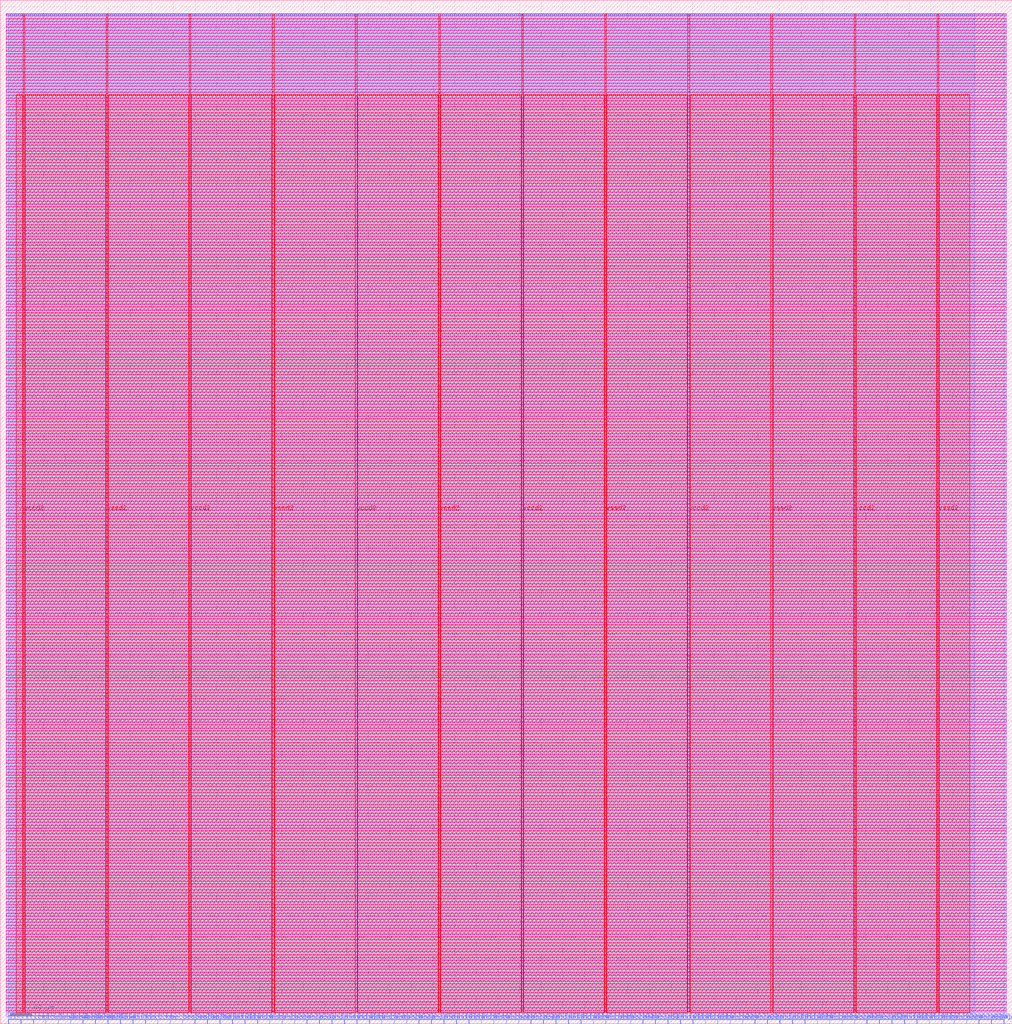
<source format=lef>
VERSION 5.7 ;
  NOWIREEXTENSIONATPIN ON ;
  DIVIDERCHAR "/" ;
  BUSBITCHARS "[]" ;
MACRO bec
  CLASS BLOCK ;
  FOREIGN bec ;
  ORIGIN 0.000 0.000 ;
  SIZE 935.205 BY 945.925 ;
  PIN becStatus[0]
    DIRECTION OUTPUT TRISTATE ;
    USE SIGNAL ;
    ANTENNADIFFAREA 2.673000 ;
    PORT
      LAYER met2 ;
        RECT 156.950 0.000 157.230 4.000 ;
    END
  END becStatus[0]
  PIN becStatus[1]
    DIRECTION OUTPUT TRISTATE ;
    USE SIGNAL ;
    ANTENNADIFFAREA 2.673000 ;
    PORT
      LAYER met2 ;
        RECT 168.450 0.000 168.730 4.000 ;
    END
  END becStatus[1]
  PIN becStatus[2]
    DIRECTION OUTPUT TRISTATE ;
    USE SIGNAL ;
    ANTENNADIFFAREA 2.673000 ;
    PORT
      LAYER met2 ;
        RECT 179.950 0.000 180.230 4.000 ;
    END
  END becStatus[2]
  PIN becStatus[3]
    DIRECTION OUTPUT TRISTATE ;
    USE SIGNAL ;
    ANTENNADIFFAREA 2.673000 ;
    PORT
      LAYER met2 ;
        RECT 191.450 0.000 191.730 4.000 ;
    END
  END becStatus[3]
  PIN clk
    DIRECTION INPUT ;
    USE SIGNAL ;
    ANTENNAGATEAREA 0.852000 ;
    ANTENNADIFFAREA 0.434700 ;
    PORT
      LAYER met2 ;
        RECT 7.450 0.000 7.730 4.000 ;
    END
  END clk
  PIN data_in[0]
    DIRECTION INPUT ;
    USE SIGNAL ;
    ANTENNAGATEAREA 0.126000 ;
    PORT
      LAYER met2 ;
        RECT 202.950 0.000 203.230 4.000 ;
    END
  END data_in[0]
  PIN data_in[10]
    DIRECTION INPUT ;
    USE SIGNAL ;
    ANTENNAGATEAREA 0.126000 ;
    PORT
      LAYER met2 ;
        RECT 432.950 0.000 433.230 4.000 ;
    END
  END data_in[10]
  PIN data_in[11]
    DIRECTION INPUT ;
    USE SIGNAL ;
    ANTENNAGATEAREA 0.126000 ;
    PORT
      LAYER met2 ;
        RECT 455.950 0.000 456.230 4.000 ;
    END
  END data_in[11]
  PIN data_in[12]
    DIRECTION INPUT ;
    USE SIGNAL ;
    ANTENNAGATEAREA 0.126000 ;
    PORT
      LAYER met2 ;
        RECT 478.950 0.000 479.230 4.000 ;
    END
  END data_in[12]
  PIN data_in[13]
    DIRECTION INPUT ;
    USE SIGNAL ;
    ANTENNAGATEAREA 0.126000 ;
    PORT
      LAYER met2 ;
        RECT 501.950 0.000 502.230 4.000 ;
    END
  END data_in[13]
  PIN data_in[14]
    DIRECTION INPUT ;
    USE SIGNAL ;
    ANTENNAGATEAREA 0.126000 ;
    PORT
      LAYER met2 ;
        RECT 524.950 0.000 525.230 4.000 ;
    END
  END data_in[14]
  PIN data_in[15]
    DIRECTION INPUT ;
    USE SIGNAL ;
    ANTENNAGATEAREA 0.126000 ;
    PORT
      LAYER met2 ;
        RECT 547.950 0.000 548.230 4.000 ;
    END
  END data_in[15]
  PIN data_in[16]
    DIRECTION INPUT ;
    USE SIGNAL ;
    ANTENNAGATEAREA 0.126000 ;
    PORT
      LAYER met2 ;
        RECT 570.950 0.000 571.230 4.000 ;
    END
  END data_in[16]
  PIN data_in[17]
    DIRECTION INPUT ;
    USE SIGNAL ;
    ANTENNAGATEAREA 0.126000 ;
    PORT
      LAYER met2 ;
        RECT 593.950 0.000 594.230 4.000 ;
    END
  END data_in[17]
  PIN data_in[18]
    DIRECTION INPUT ;
    USE SIGNAL ;
    ANTENNAGATEAREA 0.126000 ;
    PORT
      LAYER met2 ;
        RECT 616.950 0.000 617.230 4.000 ;
    END
  END data_in[18]
  PIN data_in[19]
    DIRECTION INPUT ;
    USE SIGNAL ;
    ANTENNAGATEAREA 0.126000 ;
    PORT
      LAYER met2 ;
        RECT 639.950 0.000 640.230 4.000 ;
    END
  END data_in[19]
  PIN data_in[1]
    DIRECTION INPUT ;
    USE SIGNAL ;
    ANTENNAGATEAREA 0.126000 ;
    PORT
      LAYER met2 ;
        RECT 225.950 0.000 226.230 4.000 ;
    END
  END data_in[1]
  PIN data_in[20]
    DIRECTION INPUT ;
    USE SIGNAL ;
    ANTENNAGATEAREA 0.126000 ;
    PORT
      LAYER met2 ;
        RECT 662.950 0.000 663.230 4.000 ;
    END
  END data_in[20]
  PIN data_in[21]
    DIRECTION INPUT ;
    USE SIGNAL ;
    ANTENNAGATEAREA 0.126000 ;
    PORT
      LAYER met2 ;
        RECT 685.950 0.000 686.230 4.000 ;
    END
  END data_in[21]
  PIN data_in[22]
    DIRECTION INPUT ;
    USE SIGNAL ;
    ANTENNAGATEAREA 0.126000 ;
    PORT
      LAYER met2 ;
        RECT 708.950 0.000 709.230 4.000 ;
    END
  END data_in[22]
  PIN data_in[23]
    DIRECTION INPUT ;
    USE SIGNAL ;
    ANTENNAGATEAREA 0.126000 ;
    PORT
      LAYER met2 ;
        RECT 731.950 0.000 732.230 4.000 ;
    END
  END data_in[23]
  PIN data_in[24]
    DIRECTION INPUT ;
    USE SIGNAL ;
    ANTENNAGATEAREA 0.126000 ;
    PORT
      LAYER met2 ;
        RECT 754.950 0.000 755.230 4.000 ;
    END
  END data_in[24]
  PIN data_in[25]
    DIRECTION INPUT ;
    USE SIGNAL ;
    ANTENNAGATEAREA 0.126000 ;
    PORT
      LAYER met2 ;
        RECT 777.950 0.000 778.230 4.000 ;
    END
  END data_in[25]
  PIN data_in[26]
    DIRECTION INPUT ;
    USE SIGNAL ;
    ANTENNAGATEAREA 0.126000 ;
    PORT
      LAYER met2 ;
        RECT 800.950 0.000 801.230 4.000 ;
    END
  END data_in[26]
  PIN data_in[27]
    DIRECTION INPUT ;
    USE SIGNAL ;
    ANTENNAGATEAREA 0.126000 ;
    PORT
      LAYER met2 ;
        RECT 823.950 0.000 824.230 4.000 ;
    END
  END data_in[27]
  PIN data_in[28]
    DIRECTION INPUT ;
    USE SIGNAL ;
    ANTENNAGATEAREA 0.126000 ;
    PORT
      LAYER met2 ;
        RECT 846.950 0.000 847.230 4.000 ;
    END
  END data_in[28]
  PIN data_in[29]
    DIRECTION INPUT ;
    USE SIGNAL ;
    ANTENNAGATEAREA 0.126000 ;
    PORT
      LAYER met2 ;
        RECT 869.950 0.000 870.230 4.000 ;
    END
  END data_in[29]
  PIN data_in[2]
    DIRECTION INPUT ;
    USE SIGNAL ;
    ANTENNAGATEAREA 0.126000 ;
    PORT
      LAYER met2 ;
        RECT 248.950 0.000 249.230 4.000 ;
    END
  END data_in[2]
  PIN data_in[30]
    DIRECTION INPUT ;
    USE SIGNAL ;
    ANTENNAGATEAREA 0.126000 ;
    PORT
      LAYER met2 ;
        RECT 892.950 0.000 893.230 4.000 ;
    END
  END data_in[30]
  PIN data_in[31]
    DIRECTION INPUT ;
    USE SIGNAL ;
    ANTENNAGATEAREA 0.126000 ;
    PORT
      LAYER met2 ;
        RECT 915.950 0.000 916.230 4.000 ;
    END
  END data_in[31]
  PIN data_in[3]
    DIRECTION INPUT ;
    USE SIGNAL ;
    ANTENNAGATEAREA 0.126000 ;
    PORT
      LAYER met2 ;
        RECT 271.950 0.000 272.230 4.000 ;
    END
  END data_in[3]
  PIN data_in[4]
    DIRECTION INPUT ;
    USE SIGNAL ;
    ANTENNAGATEAREA 0.126000 ;
    PORT
      LAYER met2 ;
        RECT 294.950 0.000 295.230 4.000 ;
    END
  END data_in[4]
  PIN data_in[5]
    DIRECTION INPUT ;
    USE SIGNAL ;
    ANTENNAGATEAREA 0.126000 ;
    PORT
      LAYER met2 ;
        RECT 317.950 0.000 318.230 4.000 ;
    END
  END data_in[5]
  PIN data_in[6]
    DIRECTION INPUT ;
    USE SIGNAL ;
    ANTENNAGATEAREA 0.126000 ;
    PORT
      LAYER met2 ;
        RECT 340.950 0.000 341.230 4.000 ;
    END
  END data_in[6]
  PIN data_in[7]
    DIRECTION INPUT ;
    USE SIGNAL ;
    ANTENNAGATEAREA 0.126000 ;
    PORT
      LAYER met2 ;
        RECT 363.950 0.000 364.230 4.000 ;
    END
  END data_in[7]
  PIN data_in[8]
    DIRECTION INPUT ;
    USE SIGNAL ;
    ANTENNAGATEAREA 0.126000 ;
    PORT
      LAYER met2 ;
        RECT 386.950 0.000 387.230 4.000 ;
    END
  END data_in[8]
  PIN data_in[9]
    DIRECTION INPUT ;
    USE SIGNAL ;
    ANTENNAGATEAREA 0.126000 ;
    PORT
      LAYER met2 ;
        RECT 409.950 0.000 410.230 4.000 ;
    END
  END data_in[9]
  PIN data_out[0]
    DIRECTION OUTPUT TRISTATE ;
    USE SIGNAL ;
    ANTENNADIFFAREA 2.673000 ;
    PORT
      LAYER met2 ;
        RECT 214.450 0.000 214.730 4.000 ;
    END
  END data_out[0]
  PIN data_out[10]
    DIRECTION OUTPUT TRISTATE ;
    USE SIGNAL ;
    ANTENNADIFFAREA 2.673000 ;
    PORT
      LAYER met2 ;
        RECT 444.450 0.000 444.730 4.000 ;
    END
  END data_out[10]
  PIN data_out[11]
    DIRECTION OUTPUT TRISTATE ;
    USE SIGNAL ;
    ANTENNADIFFAREA 2.673000 ;
    PORT
      LAYER met2 ;
        RECT 467.450 0.000 467.730 4.000 ;
    END
  END data_out[11]
  PIN data_out[12]
    DIRECTION OUTPUT TRISTATE ;
    USE SIGNAL ;
    ANTENNADIFFAREA 2.673000 ;
    PORT
      LAYER met2 ;
        RECT 490.450 0.000 490.730 4.000 ;
    END
  END data_out[12]
  PIN data_out[13]
    DIRECTION OUTPUT TRISTATE ;
    USE SIGNAL ;
    ANTENNADIFFAREA 2.673000 ;
    PORT
      LAYER met2 ;
        RECT 513.450 0.000 513.730 4.000 ;
    END
  END data_out[13]
  PIN data_out[14]
    DIRECTION OUTPUT TRISTATE ;
    USE SIGNAL ;
    ANTENNADIFFAREA 2.673000 ;
    PORT
      LAYER met2 ;
        RECT 536.450 0.000 536.730 4.000 ;
    END
  END data_out[14]
  PIN data_out[15]
    DIRECTION OUTPUT TRISTATE ;
    USE SIGNAL ;
    ANTENNADIFFAREA 2.673000 ;
    PORT
      LAYER met2 ;
        RECT 559.450 0.000 559.730 4.000 ;
    END
  END data_out[15]
  PIN data_out[16]
    DIRECTION OUTPUT TRISTATE ;
    USE SIGNAL ;
    ANTENNADIFFAREA 2.673000 ;
    PORT
      LAYER met2 ;
        RECT 582.450 0.000 582.730 4.000 ;
    END
  END data_out[16]
  PIN data_out[17]
    DIRECTION OUTPUT TRISTATE ;
    USE SIGNAL ;
    ANTENNADIFFAREA 2.673000 ;
    PORT
      LAYER met2 ;
        RECT 605.450 0.000 605.730 4.000 ;
    END
  END data_out[17]
  PIN data_out[18]
    DIRECTION OUTPUT TRISTATE ;
    USE SIGNAL ;
    ANTENNADIFFAREA 2.673000 ;
    PORT
      LAYER met2 ;
        RECT 628.450 0.000 628.730 4.000 ;
    END
  END data_out[18]
  PIN data_out[19]
    DIRECTION OUTPUT TRISTATE ;
    USE SIGNAL ;
    ANTENNADIFFAREA 2.673000 ;
    PORT
      LAYER met2 ;
        RECT 651.450 0.000 651.730 4.000 ;
    END
  END data_out[19]
  PIN data_out[1]
    DIRECTION OUTPUT TRISTATE ;
    USE SIGNAL ;
    ANTENNADIFFAREA 2.673000 ;
    PORT
      LAYER met2 ;
        RECT 237.450 0.000 237.730 4.000 ;
    END
  END data_out[1]
  PIN data_out[20]
    DIRECTION OUTPUT TRISTATE ;
    USE SIGNAL ;
    ANTENNADIFFAREA 2.673000 ;
    PORT
      LAYER met2 ;
        RECT 674.450 0.000 674.730 4.000 ;
    END
  END data_out[20]
  PIN data_out[21]
    DIRECTION OUTPUT TRISTATE ;
    USE SIGNAL ;
    ANTENNADIFFAREA 2.673000 ;
    PORT
      LAYER met2 ;
        RECT 697.450 0.000 697.730 4.000 ;
    END
  END data_out[21]
  PIN data_out[22]
    DIRECTION OUTPUT TRISTATE ;
    USE SIGNAL ;
    ANTENNADIFFAREA 2.673000 ;
    PORT
      LAYER met2 ;
        RECT 720.450 0.000 720.730 4.000 ;
    END
  END data_out[22]
  PIN data_out[23]
    DIRECTION OUTPUT TRISTATE ;
    USE SIGNAL ;
    ANTENNADIFFAREA 2.673000 ;
    PORT
      LAYER met2 ;
        RECT 743.450 0.000 743.730 4.000 ;
    END
  END data_out[23]
  PIN data_out[24]
    DIRECTION OUTPUT TRISTATE ;
    USE SIGNAL ;
    ANTENNADIFFAREA 2.673000 ;
    PORT
      LAYER met2 ;
        RECT 766.450 0.000 766.730 4.000 ;
    END
  END data_out[24]
  PIN data_out[25]
    DIRECTION OUTPUT TRISTATE ;
    USE SIGNAL ;
    ANTENNADIFFAREA 2.673000 ;
    PORT
      LAYER met2 ;
        RECT 789.450 0.000 789.730 4.000 ;
    END
  END data_out[25]
  PIN data_out[26]
    DIRECTION OUTPUT TRISTATE ;
    USE SIGNAL ;
    ANTENNADIFFAREA 2.673000 ;
    PORT
      LAYER met2 ;
        RECT 812.450 0.000 812.730 4.000 ;
    END
  END data_out[26]
  PIN data_out[27]
    DIRECTION OUTPUT TRISTATE ;
    USE SIGNAL ;
    ANTENNADIFFAREA 2.673000 ;
    PORT
      LAYER met2 ;
        RECT 835.450 0.000 835.730 4.000 ;
    END
  END data_out[27]
  PIN data_out[28]
    DIRECTION OUTPUT TRISTATE ;
    USE SIGNAL ;
    ANTENNADIFFAREA 2.673000 ;
    PORT
      LAYER met2 ;
        RECT 858.450 0.000 858.730 4.000 ;
    END
  END data_out[28]
  PIN data_out[29]
    DIRECTION OUTPUT TRISTATE ;
    USE SIGNAL ;
    ANTENNADIFFAREA 2.673000 ;
    PORT
      LAYER met2 ;
        RECT 881.450 0.000 881.730 4.000 ;
    END
  END data_out[29]
  PIN data_out[2]
    DIRECTION OUTPUT TRISTATE ;
    USE SIGNAL ;
    ANTENNADIFFAREA 2.673000 ;
    PORT
      LAYER met2 ;
        RECT 260.450 0.000 260.730 4.000 ;
    END
  END data_out[2]
  PIN data_out[30]
    DIRECTION OUTPUT TRISTATE ;
    USE SIGNAL ;
    ANTENNADIFFAREA 2.673000 ;
    PORT
      LAYER met2 ;
        RECT 904.450 0.000 904.730 4.000 ;
    END
  END data_out[30]
  PIN data_out[31]
    DIRECTION OUTPUT TRISTATE ;
    USE SIGNAL ;
    ANTENNADIFFAREA 2.673000 ;
    PORT
      LAYER met2 ;
        RECT 927.450 0.000 927.730 4.000 ;
    END
  END data_out[31]
  PIN data_out[3]
    DIRECTION OUTPUT TRISTATE ;
    USE SIGNAL ;
    ANTENNADIFFAREA 2.673000 ;
    PORT
      LAYER met2 ;
        RECT 283.450 0.000 283.730 4.000 ;
    END
  END data_out[3]
  PIN data_out[4]
    DIRECTION OUTPUT TRISTATE ;
    USE SIGNAL ;
    ANTENNADIFFAREA 2.673000 ;
    PORT
      LAYER met2 ;
        RECT 306.450 0.000 306.730 4.000 ;
    END
  END data_out[4]
  PIN data_out[5]
    DIRECTION OUTPUT TRISTATE ;
    USE SIGNAL ;
    ANTENNADIFFAREA 2.673000 ;
    PORT
      LAYER met2 ;
        RECT 329.450 0.000 329.730 4.000 ;
    END
  END data_out[5]
  PIN data_out[6]
    DIRECTION OUTPUT TRISTATE ;
    USE SIGNAL ;
    ANTENNADIFFAREA 2.673000 ;
    PORT
      LAYER met2 ;
        RECT 352.450 0.000 352.730 4.000 ;
    END
  END data_out[6]
  PIN data_out[7]
    DIRECTION OUTPUT TRISTATE ;
    USE SIGNAL ;
    ANTENNADIFFAREA 2.673000 ;
    PORT
      LAYER met2 ;
        RECT 375.450 0.000 375.730 4.000 ;
    END
  END data_out[7]
  PIN data_out[8]
    DIRECTION OUTPUT TRISTATE ;
    USE SIGNAL ;
    ANTENNADIFFAREA 2.673000 ;
    PORT
      LAYER met2 ;
        RECT 398.450 0.000 398.730 4.000 ;
    END
  END data_out[8]
  PIN data_out[9]
    DIRECTION OUTPUT TRISTATE ;
    USE SIGNAL ;
    ANTENNADIFFAREA 2.673000 ;
    PORT
      LAYER met2 ;
        RECT 421.450 0.000 421.730 4.000 ;
    END
  END data_out[9]
  PIN done
    DIRECTION OUTPUT TRISTATE ;
    USE SIGNAL ;
    ANTENNADIFFAREA 2.673000 ;
    PORT
      LAYER met2 ;
        RECT 145.450 0.000 145.730 4.000 ;
    END
  END done
  PIN enable
    DIRECTION INPUT ;
    USE SIGNAL ;
    ANTENNAGATEAREA 0.126000 ;
    PORT
      LAYER met2 ;
        RECT 99.450 0.000 99.730 4.000 ;
    END
  END enable
  PIN ki
    DIRECTION INPUT ;
    USE SIGNAL ;
    ANTENNAGATEAREA 0.126000 ;
    PORT
      LAYER met2 ;
        RECT 122.450 0.000 122.730 4.000 ;
    END
  END ki
  PIN load_data
    DIRECTION INPUT ;
    USE SIGNAL ;
    ANTENNAGATEAREA 0.126000 ;
    PORT
      LAYER met2 ;
        RECT 110.950 0.000 111.230 4.000 ;
    END
  END load_data
  PIN load_status[0]
    DIRECTION INPUT ;
    USE SIGNAL ;
    ANTENNAGATEAREA 0.126000 ;
    PORT
      LAYER met2 ;
        RECT 30.450 0.000 30.730 4.000 ;
    END
  END load_status[0]
  PIN load_status[1]
    DIRECTION INPUT ;
    USE SIGNAL ;
    ANTENNAGATEAREA 0.126000 ;
    PORT
      LAYER met2 ;
        RECT 41.950 0.000 42.230 4.000 ;
    END
  END load_status[1]
  PIN load_status[2]
    DIRECTION INPUT ;
    USE SIGNAL ;
    ANTENNAGATEAREA 0.126000 ;
    PORT
      LAYER met2 ;
        RECT 53.450 0.000 53.730 4.000 ;
    END
  END load_status[2]
  PIN load_status[3]
    DIRECTION INPUT ;
    USE SIGNAL ;
    ANTENNAGATEAREA 0.126000 ;
    PORT
      LAYER met2 ;
        RECT 64.950 0.000 65.230 4.000 ;
    END
  END load_status[3]
  PIN load_status[4]
    DIRECTION INPUT ;
    USE SIGNAL ;
    ANTENNAGATEAREA 0.126000 ;
    PORT
      LAYER met2 ;
        RECT 76.450 0.000 76.730 4.000 ;
    END
  END load_status[4]
  PIN load_status[5]
    DIRECTION INPUT ;
    USE SIGNAL ;
    ANTENNAGATEAREA 0.126000 ;
    PORT
      LAYER met2 ;
        RECT 87.950 0.000 88.230 4.000 ;
    END
  END load_status[5]
  PIN next_key
    DIRECTION OUTPUT TRISTATE ;
    USE SIGNAL ;
    ANTENNADIFFAREA 2.673000 ;
    PORT
      LAYER met2 ;
        RECT 133.950 0.000 134.230 4.000 ;
    END
  END next_key
  PIN rst
    DIRECTION INPUT ;
    USE SIGNAL ;
    ANTENNAGATEAREA 0.196500 ;
    PORT
      LAYER met2 ;
        RECT 18.950 0.000 19.230 4.000 ;
    END
  END rst
  PIN vccd2
    DIRECTION INOUT ;
    USE POWER ;
    PORT
      LAYER met4 ;
        RECT 21.040 10.640 22.640 933.200 ;
    END
    PORT
      LAYER met4 ;
        RECT 174.640 10.640 176.240 933.200 ;
    END
    PORT
      LAYER met4 ;
        RECT 328.240 10.640 329.840 933.200 ;
    END
    PORT
      LAYER met4 ;
        RECT 481.840 10.640 483.440 933.200 ;
    END
    PORT
      LAYER met4 ;
        RECT 635.440 10.640 637.040 933.200 ;
    END
    PORT
      LAYER met4 ;
        RECT 789.040 10.640 790.640 933.200 ;
    END
  END vccd2
  PIN vssd2
    DIRECTION INOUT ;
    USE GROUND ;
    PORT
      LAYER met4 ;
        RECT 97.840 10.640 99.440 933.200 ;
    END
    PORT
      LAYER met4 ;
        RECT 251.440 10.640 253.040 933.200 ;
    END
    PORT
      LAYER met4 ;
        RECT 405.040 10.640 406.640 933.200 ;
    END
    PORT
      LAYER met4 ;
        RECT 558.640 10.640 560.240 933.200 ;
    END
    PORT
      LAYER met4 ;
        RECT 712.240 10.640 713.840 933.200 ;
    END
    PORT
      LAYER met4 ;
        RECT 865.840 10.640 867.440 933.200 ;
    END
  END vssd2
  OBS
      LAYER nwell ;
        RECT 5.330 931.545 929.850 933.150 ;
        RECT 5.330 926.105 929.850 928.935 ;
        RECT 5.330 920.665 929.850 923.495 ;
        RECT 5.330 915.225 929.850 918.055 ;
        RECT 5.330 909.785 929.850 912.615 ;
        RECT 5.330 904.345 929.850 907.175 ;
        RECT 5.330 898.905 929.850 901.735 ;
        RECT 5.330 893.465 929.850 896.295 ;
        RECT 5.330 888.025 929.850 890.855 ;
        RECT 5.330 882.585 929.850 885.415 ;
        RECT 5.330 877.145 929.850 879.975 ;
        RECT 5.330 871.705 929.850 874.535 ;
        RECT 5.330 866.265 929.850 869.095 ;
        RECT 5.330 860.825 929.850 863.655 ;
        RECT 5.330 855.385 929.850 858.215 ;
        RECT 5.330 849.945 929.850 852.775 ;
        RECT 5.330 844.505 929.850 847.335 ;
        RECT 5.330 839.065 929.850 841.895 ;
        RECT 5.330 833.625 929.850 836.455 ;
        RECT 5.330 828.185 929.850 831.015 ;
        RECT 5.330 822.745 929.850 825.575 ;
        RECT 5.330 817.305 929.850 820.135 ;
        RECT 5.330 811.865 929.850 814.695 ;
        RECT 5.330 806.425 929.850 809.255 ;
        RECT 5.330 800.985 929.850 803.815 ;
        RECT 5.330 795.545 929.850 798.375 ;
        RECT 5.330 790.105 929.850 792.935 ;
        RECT 5.330 784.665 929.850 787.495 ;
        RECT 5.330 779.225 929.850 782.055 ;
        RECT 5.330 773.785 929.850 776.615 ;
        RECT 5.330 768.345 929.850 771.175 ;
        RECT 5.330 762.905 929.850 765.735 ;
        RECT 5.330 757.465 929.850 760.295 ;
        RECT 5.330 752.025 929.850 754.855 ;
        RECT 5.330 746.585 929.850 749.415 ;
        RECT 5.330 741.145 929.850 743.975 ;
        RECT 5.330 735.705 929.850 738.535 ;
        RECT 5.330 730.265 929.850 733.095 ;
        RECT 5.330 724.825 929.850 727.655 ;
        RECT 5.330 719.385 929.850 722.215 ;
        RECT 5.330 713.945 929.850 716.775 ;
        RECT 5.330 708.505 929.850 711.335 ;
        RECT 5.330 703.065 929.850 705.895 ;
        RECT 5.330 697.625 929.850 700.455 ;
        RECT 5.330 692.185 929.850 695.015 ;
        RECT 5.330 686.745 929.850 689.575 ;
        RECT 5.330 681.305 929.850 684.135 ;
        RECT 5.330 675.865 929.850 678.695 ;
        RECT 5.330 670.425 929.850 673.255 ;
        RECT 5.330 664.985 929.850 667.815 ;
        RECT 5.330 659.545 929.850 662.375 ;
        RECT 5.330 654.105 929.850 656.935 ;
        RECT 5.330 648.665 929.850 651.495 ;
        RECT 5.330 643.225 929.850 646.055 ;
        RECT 5.330 637.785 929.850 640.615 ;
        RECT 5.330 632.345 929.850 635.175 ;
        RECT 5.330 626.905 929.850 629.735 ;
        RECT 5.330 621.465 929.850 624.295 ;
        RECT 5.330 616.025 929.850 618.855 ;
        RECT 5.330 610.585 929.850 613.415 ;
        RECT 5.330 605.145 929.850 607.975 ;
        RECT 5.330 599.705 929.850 602.535 ;
        RECT 5.330 594.265 929.850 597.095 ;
        RECT 5.330 588.825 929.850 591.655 ;
        RECT 5.330 583.385 929.850 586.215 ;
        RECT 5.330 577.945 929.850 580.775 ;
        RECT 5.330 572.505 929.850 575.335 ;
        RECT 5.330 567.065 929.850 569.895 ;
        RECT 5.330 561.625 929.850 564.455 ;
        RECT 5.330 556.185 929.850 559.015 ;
        RECT 5.330 550.745 929.850 553.575 ;
        RECT 5.330 545.305 929.850 548.135 ;
        RECT 5.330 539.865 929.850 542.695 ;
        RECT 5.330 534.425 929.850 537.255 ;
        RECT 5.330 528.985 929.850 531.815 ;
        RECT 5.330 523.545 929.850 526.375 ;
        RECT 5.330 518.105 929.850 520.935 ;
        RECT 5.330 512.665 929.850 515.495 ;
        RECT 5.330 507.225 929.850 510.055 ;
        RECT 5.330 501.785 929.850 504.615 ;
        RECT 5.330 496.345 929.850 499.175 ;
        RECT 5.330 490.905 929.850 493.735 ;
        RECT 5.330 485.465 929.850 488.295 ;
        RECT 5.330 480.025 929.850 482.855 ;
        RECT 5.330 474.585 929.850 477.415 ;
        RECT 5.330 469.145 929.850 471.975 ;
        RECT 5.330 463.705 929.850 466.535 ;
        RECT 5.330 458.265 929.850 461.095 ;
        RECT 5.330 452.825 929.850 455.655 ;
        RECT 5.330 447.385 929.850 450.215 ;
        RECT 5.330 441.945 929.850 444.775 ;
        RECT 5.330 436.505 929.850 439.335 ;
        RECT 5.330 431.065 929.850 433.895 ;
        RECT 5.330 425.625 929.850 428.455 ;
        RECT 5.330 420.185 929.850 423.015 ;
        RECT 5.330 414.745 929.850 417.575 ;
        RECT 5.330 409.305 929.850 412.135 ;
        RECT 5.330 403.865 929.850 406.695 ;
        RECT 5.330 398.425 929.850 401.255 ;
        RECT 5.330 392.985 929.850 395.815 ;
        RECT 5.330 387.545 929.850 390.375 ;
        RECT 5.330 382.105 929.850 384.935 ;
        RECT 5.330 376.665 929.850 379.495 ;
        RECT 5.330 371.225 929.850 374.055 ;
        RECT 5.330 365.785 929.850 368.615 ;
        RECT 5.330 360.345 929.850 363.175 ;
        RECT 5.330 354.905 929.850 357.735 ;
        RECT 5.330 349.465 929.850 352.295 ;
        RECT 5.330 344.025 929.850 346.855 ;
        RECT 5.330 338.585 929.850 341.415 ;
        RECT 5.330 333.145 929.850 335.975 ;
        RECT 5.330 327.705 929.850 330.535 ;
        RECT 5.330 322.265 929.850 325.095 ;
        RECT 5.330 316.825 929.850 319.655 ;
        RECT 5.330 311.385 929.850 314.215 ;
        RECT 5.330 305.945 929.850 308.775 ;
        RECT 5.330 300.505 929.850 303.335 ;
        RECT 5.330 295.065 929.850 297.895 ;
        RECT 5.330 289.625 929.850 292.455 ;
        RECT 5.330 284.185 929.850 287.015 ;
        RECT 5.330 278.745 929.850 281.575 ;
        RECT 5.330 273.305 929.850 276.135 ;
        RECT 5.330 267.865 929.850 270.695 ;
        RECT 5.330 262.425 929.850 265.255 ;
        RECT 5.330 256.985 929.850 259.815 ;
        RECT 5.330 251.545 929.850 254.375 ;
        RECT 5.330 246.105 929.850 248.935 ;
        RECT 5.330 240.665 929.850 243.495 ;
        RECT 5.330 235.225 929.850 238.055 ;
        RECT 5.330 229.785 929.850 232.615 ;
        RECT 5.330 224.345 929.850 227.175 ;
        RECT 5.330 218.905 929.850 221.735 ;
        RECT 5.330 213.465 929.850 216.295 ;
        RECT 5.330 208.025 929.850 210.855 ;
        RECT 5.330 202.585 929.850 205.415 ;
        RECT 5.330 197.145 929.850 199.975 ;
        RECT 5.330 191.705 929.850 194.535 ;
        RECT 5.330 186.265 929.850 189.095 ;
        RECT 5.330 180.825 929.850 183.655 ;
        RECT 5.330 175.385 929.850 178.215 ;
        RECT 5.330 169.945 929.850 172.775 ;
        RECT 5.330 164.505 929.850 167.335 ;
        RECT 5.330 159.065 929.850 161.895 ;
        RECT 5.330 153.625 929.850 156.455 ;
        RECT 5.330 148.185 929.850 151.015 ;
        RECT 5.330 142.745 929.850 145.575 ;
        RECT 5.330 137.305 929.850 140.135 ;
        RECT 5.330 131.865 929.850 134.695 ;
        RECT 5.330 126.425 929.850 129.255 ;
        RECT 5.330 120.985 929.850 123.815 ;
        RECT 5.330 115.545 929.850 118.375 ;
        RECT 5.330 110.105 929.850 112.935 ;
        RECT 5.330 104.665 929.850 107.495 ;
        RECT 5.330 99.225 929.850 102.055 ;
        RECT 5.330 93.785 929.850 96.615 ;
        RECT 5.330 88.345 929.850 91.175 ;
        RECT 5.330 82.905 929.850 85.735 ;
        RECT 5.330 77.465 929.850 80.295 ;
        RECT 5.330 72.025 929.850 74.855 ;
        RECT 5.330 66.585 929.850 69.415 ;
        RECT 5.330 61.145 929.850 63.975 ;
        RECT 5.330 55.705 929.850 58.535 ;
        RECT 5.330 50.265 929.850 53.095 ;
        RECT 5.330 44.825 929.850 47.655 ;
        RECT 5.330 39.385 929.850 42.215 ;
        RECT 5.330 33.945 929.850 36.775 ;
        RECT 5.330 28.505 929.850 31.335 ;
        RECT 5.330 23.065 929.850 25.895 ;
        RECT 5.330 17.625 929.850 20.455 ;
        RECT 5.330 12.185 929.850 15.015 ;
      LAYER li1 ;
        RECT 5.520 10.795 929.660 933.045 ;
      LAYER met1 ;
        RECT 5.520 6.840 929.660 933.200 ;
      LAYER met2 ;
        RECT 7.450 4.280 927.660 933.145 ;
        RECT 8.010 3.670 18.670 4.280 ;
        RECT 19.510 3.670 30.170 4.280 ;
        RECT 31.010 3.670 41.670 4.280 ;
        RECT 42.510 3.670 53.170 4.280 ;
        RECT 54.010 3.670 64.670 4.280 ;
        RECT 65.510 3.670 76.170 4.280 ;
        RECT 77.010 3.670 87.670 4.280 ;
        RECT 88.510 3.670 99.170 4.280 ;
        RECT 100.010 3.670 110.670 4.280 ;
        RECT 111.510 3.670 122.170 4.280 ;
        RECT 123.010 3.670 133.670 4.280 ;
        RECT 134.510 3.670 145.170 4.280 ;
        RECT 146.010 3.670 156.670 4.280 ;
        RECT 157.510 3.670 168.170 4.280 ;
        RECT 169.010 3.670 179.670 4.280 ;
        RECT 180.510 3.670 191.170 4.280 ;
        RECT 192.010 3.670 202.670 4.280 ;
        RECT 203.510 3.670 214.170 4.280 ;
        RECT 215.010 3.670 225.670 4.280 ;
        RECT 226.510 3.670 237.170 4.280 ;
        RECT 238.010 3.670 248.670 4.280 ;
        RECT 249.510 3.670 260.170 4.280 ;
        RECT 261.010 3.670 271.670 4.280 ;
        RECT 272.510 3.670 283.170 4.280 ;
        RECT 284.010 3.670 294.670 4.280 ;
        RECT 295.510 3.670 306.170 4.280 ;
        RECT 307.010 3.670 317.670 4.280 ;
        RECT 318.510 3.670 329.170 4.280 ;
        RECT 330.010 3.670 340.670 4.280 ;
        RECT 341.510 3.670 352.170 4.280 ;
        RECT 353.010 3.670 363.670 4.280 ;
        RECT 364.510 3.670 375.170 4.280 ;
        RECT 376.010 3.670 386.670 4.280 ;
        RECT 387.510 3.670 398.170 4.280 ;
        RECT 399.010 3.670 409.670 4.280 ;
        RECT 410.510 3.670 421.170 4.280 ;
        RECT 422.010 3.670 432.670 4.280 ;
        RECT 433.510 3.670 444.170 4.280 ;
        RECT 445.010 3.670 455.670 4.280 ;
        RECT 456.510 3.670 467.170 4.280 ;
        RECT 468.010 3.670 478.670 4.280 ;
        RECT 479.510 3.670 490.170 4.280 ;
        RECT 491.010 3.670 501.670 4.280 ;
        RECT 502.510 3.670 513.170 4.280 ;
        RECT 514.010 3.670 524.670 4.280 ;
        RECT 525.510 3.670 536.170 4.280 ;
        RECT 537.010 3.670 547.670 4.280 ;
        RECT 548.510 3.670 559.170 4.280 ;
        RECT 560.010 3.670 570.670 4.280 ;
        RECT 571.510 3.670 582.170 4.280 ;
        RECT 583.010 3.670 593.670 4.280 ;
        RECT 594.510 3.670 605.170 4.280 ;
        RECT 606.010 3.670 616.670 4.280 ;
        RECT 617.510 3.670 628.170 4.280 ;
        RECT 629.010 3.670 639.670 4.280 ;
        RECT 640.510 3.670 651.170 4.280 ;
        RECT 652.010 3.670 662.670 4.280 ;
        RECT 663.510 3.670 674.170 4.280 ;
        RECT 675.010 3.670 685.670 4.280 ;
        RECT 686.510 3.670 697.170 4.280 ;
        RECT 698.010 3.670 708.670 4.280 ;
        RECT 709.510 3.670 720.170 4.280 ;
        RECT 721.010 3.670 731.670 4.280 ;
        RECT 732.510 3.670 743.170 4.280 ;
        RECT 744.010 3.670 754.670 4.280 ;
        RECT 755.510 3.670 766.170 4.280 ;
        RECT 767.010 3.670 777.670 4.280 ;
        RECT 778.510 3.670 789.170 4.280 ;
        RECT 790.010 3.670 800.670 4.280 ;
        RECT 801.510 3.670 812.170 4.280 ;
        RECT 813.010 3.670 823.670 4.280 ;
        RECT 824.510 3.670 835.170 4.280 ;
        RECT 836.010 3.670 846.670 4.280 ;
        RECT 847.510 3.670 858.170 4.280 ;
        RECT 859.010 3.670 869.670 4.280 ;
        RECT 870.510 3.670 881.170 4.280 ;
        RECT 882.010 3.670 892.670 4.280 ;
        RECT 893.510 3.670 904.170 4.280 ;
        RECT 905.010 3.670 915.670 4.280 ;
        RECT 916.510 3.670 927.170 4.280 ;
      LAYER met3 ;
        RECT 7.425 9.710 900.615 933.125 ;
      LAYER met4 ;
        RECT 15.015 10.375 20.640 858.665 ;
        RECT 23.040 10.375 97.440 858.665 ;
        RECT 99.840 10.375 174.240 858.665 ;
        RECT 176.640 10.375 251.040 858.665 ;
        RECT 253.440 10.375 327.840 858.665 ;
        RECT 330.240 10.375 404.640 858.665 ;
        RECT 407.040 10.375 481.440 858.665 ;
        RECT 483.840 10.375 558.240 858.665 ;
        RECT 560.640 10.375 635.040 858.665 ;
        RECT 637.440 10.375 711.840 858.665 ;
        RECT 714.240 10.375 788.640 858.665 ;
        RECT 791.040 10.375 865.440 858.665 ;
        RECT 867.840 10.375 895.785 858.665 ;
  END
END bec
END LIBRARY


</source>
